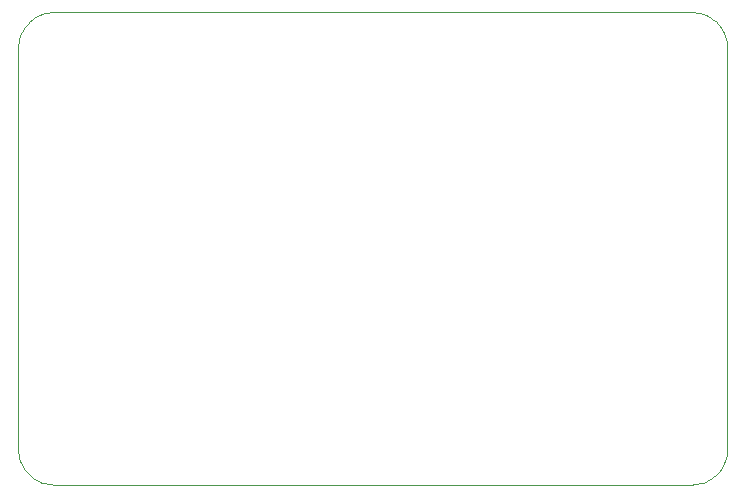
<source format=gm1>
G04*
G04 #@! TF.GenerationSoftware,Altium Limited,Altium Designer,19.1.8 (144)*
G04*
G04 Layer_Color=16711935*
%FSLAX44Y44*%
%MOMM*%
G71*
G01*
G75*
%ADD14C,0.1000*%
D14*
X570000Y0D02*
X572477Y103D01*
X574938Y409D01*
X577365Y918D01*
X579741Y1626D01*
X582051Y2527D01*
X584278Y3616D01*
X586409Y4885D01*
X588426Y6326D01*
X590318Y7928D01*
X592072Y9682D01*
X593674Y11574D01*
X595115Y13592D01*
X596384Y15722D01*
X597473Y17949D01*
X598374Y20259D01*
X599082Y22636D01*
X599591Y25062D01*
X599897Y27523D01*
X600000Y30000D01*
Y370000D02*
X599897Y372477D01*
X599591Y374938D01*
X599082Y377365D01*
X598374Y379741D01*
X597473Y382051D01*
X596384Y384278D01*
X595115Y386408D01*
X593674Y388426D01*
X592072Y390318D01*
X590318Y392072D01*
X588426Y393674D01*
X586408Y395115D01*
X584278Y396384D01*
X582051Y397473D01*
X579741Y398374D01*
X577365Y399082D01*
X574938Y399591D01*
X572477Y399897D01*
X570000Y400000D01*
X30000D02*
X27523Y399897D01*
X25062Y399591D01*
X22635Y399082D01*
X20259Y398374D01*
X17949Y397473D01*
X15722Y396384D01*
X13592Y395115D01*
X11574Y393674D01*
X9682Y392072D01*
X7928Y390318D01*
X6326Y388426D01*
X4885Y386408D01*
X3616Y384278D01*
X2527Y382051D01*
X1626Y379741D01*
X918Y377365D01*
X409Y374938D01*
X103Y372477D01*
X0Y370000D01*
Y30000D02*
X103Y27523D01*
X409Y25062D01*
X918Y22635D01*
X1626Y20259D01*
X2527Y17949D01*
X3616Y15722D01*
X4885Y13592D01*
X6326Y11574D01*
X7928Y9682D01*
X9682Y7928D01*
X11574Y6326D01*
X13592Y4885D01*
X15722Y3616D01*
X17949Y2527D01*
X20259Y1626D01*
X22636Y918D01*
X25062Y409D01*
X27523Y103D01*
X30000Y0D01*
X0Y30000D02*
Y370000D01*
X30000Y400000D02*
X570000D01*
X600000Y30000D02*
Y370000D01*
X30000Y-0D02*
X570000Y0D01*
M02*

</source>
